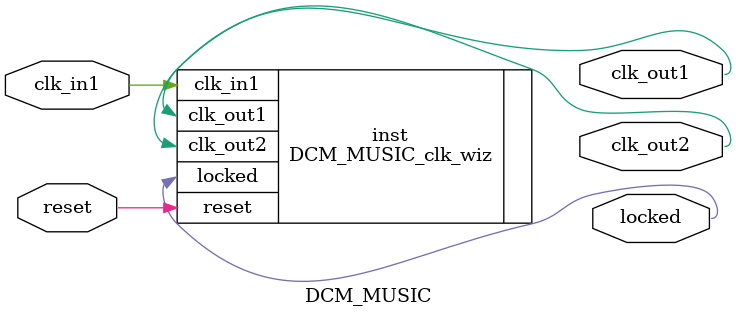
<source format=v>


`timescale 1ps/1ps

(* CORE_GENERATION_INFO = "DCM_MUSIC,clk_wiz_v5_4_3_0,{component_name=DCM_MUSIC,use_phase_alignment=true,use_min_o_jitter=false,use_max_i_jitter=false,use_dyn_phase_shift=false,use_inclk_switchover=false,use_dyn_reconfig=false,enable_axi=0,feedback_source=FDBK_AUTO,PRIMITIVE=PLL,num_out_clk=2,clkin1_period=10.000,clkin2_period=10.000,use_power_down=false,use_reset=true,use_locked=true,use_inclk_stopped=false,feedback_type=SINGLE,CLOCK_MGR_TYPE=NA,manual_override=false}" *)

module DCM_MUSIC 
 (
  // Clock out ports
  output        clk_out1,
  output        clk_out2,
  // Status and control signals
  input         reset,
  output        locked,
 // Clock in ports
  input         clk_in1
 );

  DCM_MUSIC_clk_wiz inst
  (
  // Clock out ports  
  .clk_out1(clk_out1),
  .clk_out2(clk_out2),
  // Status and control signals               
  .reset(reset), 
  .locked(locked),
 // Clock in ports
  .clk_in1(clk_in1)
  );

endmodule

</source>
